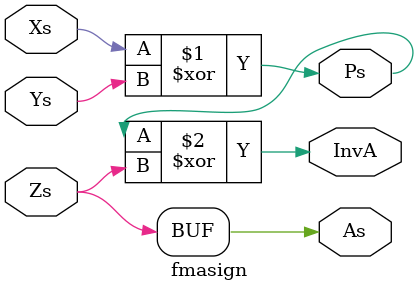
<source format=sv>
module fmasign(input logic Xs, Ys, Zs, output logic Ps, As, InvA);

    assign Ps = Xs ^ Ys;
    assign As = Zs; //decides add or sub
    assign InvA = Ps ^ As;

endmodule
</source>
